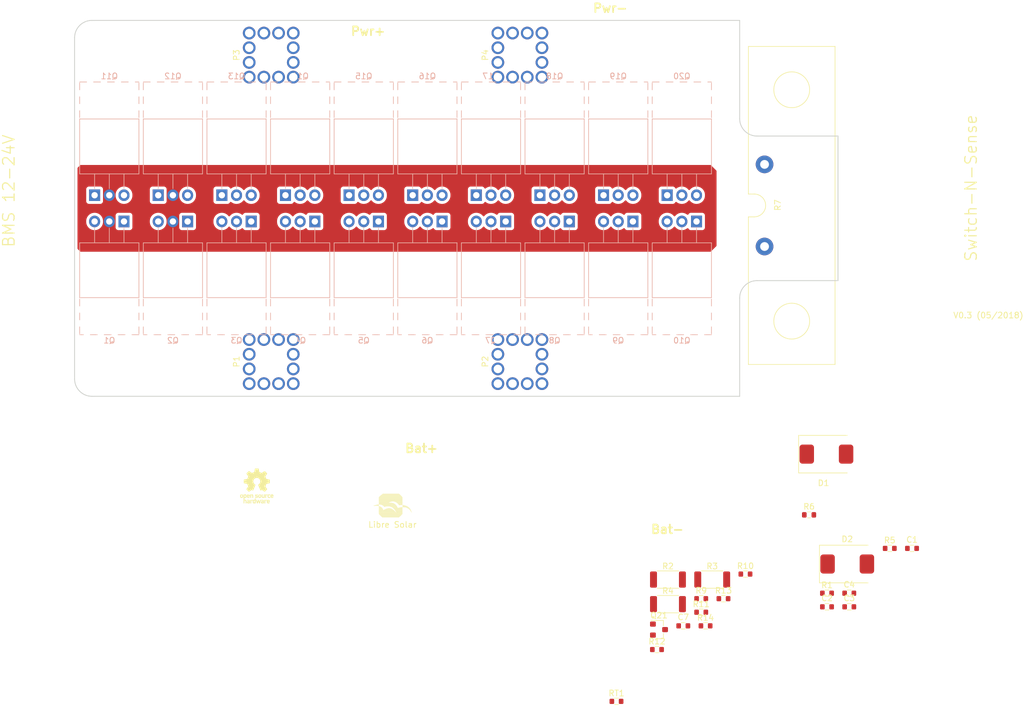
<source format=kicad_pcb>
(kicad_pcb (version 20211014) (generator pcbnew)
  (layers (0 "F.Cu" signal) (1 "In1.Cu" signal) (2 "In2.Cu" signal) (31 "B.Cu" signal) (34 "B.Paste" user) (35 "F.Paste" user) (36 "B.SilkS" user "B.Silkscreen") (37 "F.SilkS" user "F.Silkscreen") (38 "B.Mask" user) (39 "F.Mask" user) (44 "Edge.Cuts" user))
  (net 0 "")
  (net 1 "GND")
  (net 2 "/BAT+")
  (net 3 "/LOAD+")
  (net 4 "/LOAD-")
  (net 5 "/CHG+")
  (net 6 "/CHG_G")
  (net 7 "/DSG_G")
  (net 8 "/PCHG_G")
  (net 9 "Net-(C3-Pad2)")
  (net 10 "/CHG_EN")
  (net 11 "/DSG_EN")
  (net 12 "/PCHG_EN")
  (net 16 "Net-(C1-Pad2)")
  (net 18 "Net-(C7-Pad1)")
  (net 71 "Net-(Q21-Pad2)")
  (footprint "LibreSolar:R_Shunt_Vishay_WSMS5515" (layer "F.Cu") (at 211.493 114.4955 90)
    (fp_text reference "R7" (at 27.559 -9.906 90) (layer "F.SilkS"))
    (fp_text value "2m")
    (pad "1" thru_hole circle (at 20.3962 -12.192 90) (size 3.048 3.048) (drill 1.524) (layers *.Cu *.Mask) (net 1 "GND"))
    (pad "2" thru_hole circle (at 34.5948 -12.192 90) (size 3.048 3.048) (drill 1.524) (layers *.Cu *.Mask) (net 4 "/LOAD-"))
  )
  (footprint "LibreSolar:LIBRESOLAR_LOGO" (layer "F.Cu") (at 132.6625 140.90225)
    (fp_text reference "LOGO2" hide)
    (fp_text value "LIBRE_SOLAR" hide)
    (fp_text user "Libre Solar" (at 2.3 1.3) (layer "F.SilkS"))
  )
  (footprint "LibreSolar:Wuerth_WP-BUCF_7460408" (layer "F.Cu") (at 157 114 90)
    (fp_text reference "P2" (at 0 -6 90) (layer "F.SilkS"))
    (fp_text value "CONN_01X01")
    (pad "" np_thru_hole circle locked (at 0 0 90) (size 5.3 5.3) (drill 5.3) (layers F&B.Cu *.Mask))
    (pad "1" thru_hole circle locked (at -1.27 -3.81 90) (size 2.2 2.2) (drill 1.475) (layers *.Cu *.Mask) (net 2 "/BAT+"))
    (pad "1" thru_hole circle locked (at -3.81 -1.27 90) (size 2.2 2.2) (drill 1.475) (layers *.Cu *.Mask) (net 2 "/BAT+"))
    (pad "1" thru_hole circle locked (at -3.81 1.27 90) (size 2.2 2.2) (drill 1.475) (layers *.Cu *.Mask) (net 2 "/BAT+"))
    (pad "1" thru_hole circle locked (at -3.81 3.81 90) (size 2.2 2.2) (drill 1.475) (layers *.Cu *.Mask) (net 2 "/BAT+"))
    (pad "1" thru_hole circle locked (at 3.81 1.27 90) (size 2.2 2.2) (drill 1.475) (layers *.Cu *.Mask) (net 2 "/BAT+"))
    (pad "1" thru_hole circle locked (at 3.81 3.81 90) (size 2.2 2.2) (drill 1.475) (layers *.Cu *.Mask) (net 2 "/BAT+"))
    (pad "1" thru_hole circle locked (at 1.27 3.81 90) (size 2.2 2.2) (drill 1.475) (layers *.Cu *.Mask) (net 2 "/BAT+"))
    (pad "1" thru_hole circle locked (at 3.81 -3.81 90) (size 2.2 2.2) (drill 1.475) (layers *.Cu *.Mask) (net 2 "/BAT+"))
    (pad "1" thru_hole circle locked (at -3.81 -3.81 90) (size 2.2 2.2) (drill 1.475) (layers *.Cu *.Mask) (net 2 "/BAT+"))
    (pad "1" thru_hole circle locked (at -1.27 3.81 90) (size 2.2 2.2) (drill 1.475) (layers *.Cu *.Mask) (net 2 "/BAT+"))
    (pad "1" thru_hole circle locked (at 1.27 -3.81 90) (size 2.2 2.2) (drill 1.475) (layers *.Cu *.Mask) (net 2 "/BAT+"))
    (pad "1" thru_hole circle locked (at 3.81 -1.27 90) (size 2.2 2.2) (drill 1.475) (layers *.Cu *.Mask) (net 2 "/BAT+"))
  )
  (footprint "LibreSolar:Wuerth_WP-BUCF_7460408" (layer "F.Cu") (at 114 114 90)
    (fp_text reference "P1" (at 0 -6 90) (layer "F.SilkS"))
    (fp_text value "CONN_01X01")
    (pad "" np_thru_hole circle locked (at 0 0 90) (size 5.3 5.3) (drill 5.3) (layers F&B.Cu *.Mask))
    (pad "1" thru_hole circle locked (at 3.81 3.81 90) (size 2.2 2.2) (drill 1.475) (layers *.Cu *.Mask) (net 2 "/BAT+"))
    (pad "1" thru_hole circle locked (at -1.27 -3.81 90) (size 2.2 2.2) (drill 1.475) (layers *.Cu *.Mask) (net 2 "/BAT+"))
    (pad "1" thru_hole circle locked (at -3.81 -3.81 90) (size 2.2 2.2) (drill 1.475) (layers *.Cu *.Mask) (net 2 "/BAT+"))
    (pad "1" thru_hole circle locked (at 1.27 -3.81 90) (size 2.2 2.2) (drill 1.475) (layers *.Cu *.Mask) (net 2 "/BAT+"))
    (pad "1" thru_hole circle locked (at -3.81 -1.27 90) (size 2.2 2.2) (drill 1.475) (layers *.Cu *.Mask) (net 2 "/BAT+"))
    (pad "1" thru_hole circle locked (at -3.81 3.81 90) (size 2.2 2.2) (drill 1.475) (layers *.Cu *.Mask) (net 2 "/BAT+"))
    (pad "1" thru_hole circle locked (at 3.81 1.27 90) (size 2.2 2.2) (drill 1.475) (layers *.Cu *.Mask) (net 2 "/BAT+"))
    (pad "1" thru_hole circle locked (at 1.27 3.81 90) (size 2.2 2.2) (drill 1.475) (layers *.Cu *.Mask) (net 2 "/BAT+"))
    (pad "1" thru_hole circle locked (at 3.81 -1.27 90) (size 2.2 2.2) (drill 1.475) (layers *.Cu *.Mask) (net 2 "/BAT+"))
    (pad "1" thru_hole circle locked (at -1.27 3.81 90) (size 2.2 2.2) (drill 1.475) (layers *.Cu *.Mask) (net 2 "/BAT+"))
    (pad "1" thru_hole circle locked (at -3.81 1.27 90) (size 2.2 2.2) (drill 1.475) (layers *.Cu *.Mask) (net 2 "/BAT+"))
    (pad "1" thru_hole circle locked (at 3.81 -3.81 90) (size 2.2 2.2) (drill 1.475) (layers *.Cu *.Mask) (net 2 "/BAT+"))
  )
  (footprint "LibreSolar:Wuerth_WP-BUCF_7460408" (layer "F.Cu") (at 157 61 90)
    (fp_text reference "P4" (at 0 -6 90) (layer "F.SilkS"))
    (fp_text value "CONN_01X01")
    (pad "" np_thru_hole circle locked (at 0 0 90) (size 5.3 5.3) (drill 5.3) (layers F&B.Cu *.Mask))
    (pad "1" thru_hole circle locked (at 3.81 3.81 90) (size 2.2 2.2) (drill 1.475) (layers *.Cu *.Mask) (net 3 "/LOAD+"))
    (pad "1" thru_hole circle locked (at 3.81 1.27 90) (size 2.2 2.2) (drill 1.475) (layers *.Cu *.Mask) (net 3 "/LOAD+"))
    (pad "1" thru_hole circle locked (at 3.81 -3.81 90) (size 2.2 2.2) (drill 1.475) (layers *.Cu *.Mask) (net 3 "/LOAD+"))
    (pad "1" thru_hole circle locked (at -3.81 1.27 90) (size 2.2 2.2) (drill 1.475) (layers *.Cu *.Mask) (net 3 "/LOAD+"))
    (pad "1" thru_hole circle locked (at -3.81 3.81 90) (size 2.2 2.2) (drill 1.475) (layers *.Cu *.Mask) (net 3 "/LOAD+"))
    (pad "1" thru_hole circle locked (at 1.27 -3.81 90) (size 2.2 2.2) (drill 1.475) (layers *.Cu *.Mask) (net 3 "/LOAD+"))
    (pad "1" thru_hole circle locked (at -1.27 3.81 90) (size 2.2 2.2) (drill 1.475) (layers *.Cu *.Mask) (net 3 "/LOAD+"))
    (pad "1" thru_hole circle locked (at 1.27 3.81 90) (size 2.2 2.2) (drill 1.475) (layers *.Cu *.Mask) (net 3 "/LOAD+"))
    (pad "1" thru_hole circle locked (at 3.81 -1.27 90) (size 2.2 2.2) (drill 1.475) (layers *.Cu *.Mask) (net 3 "/LOAD+"))
    (pad "1" thru_hole circle locked (at -1.27 -3.81 90) (size 2.2 2.2) (drill 1.475) (layers *.Cu *.Mask) (net 3 "/LOAD+"))
    (pad "1" thru_hole circle locked (at -3.81 -1.27 90) (size 2.2 2.2) (drill 1.475) (layers *.Cu *.Mask) (net 3 "/LOAD+"))
    (pad "1" thru_hole circle locked (at -3.81 -3.81 90) (size 2.2 2.2) (drill 1.475) (layers *.Cu *.Mask) (net 3 "/LOAD+"))
  )
  (footprint "LibreSolar:Wuerth_WP-BUCF_7460408" (layer "F.Cu") (at 114 61 90)
    (fp_text reference "P3" (at 0 -6 90) (layer "F.SilkS"))
    (fp_text value "CONN_01X01")
    (pad "" np_thru_hole circle locked (at 0 0 90) (size 5.3 5.3) (drill 5.3) (layers F&B.Cu *.Mask))
    (pad "1" thru_hole circle locked (at 1.27 -3.81 90) (size 2.2 2.2) (drill 1.475) (layers *.Cu *.Mask) (net 3 "/LOAD+"))
    (pad "1" thru_hole circle locked (at -3.81 -1.27 90) (size 2.2 2.2) (drill 1.475) (layers *.Cu *.Mask) (net 3 "/LOAD+"))
    (pad "1" thru_hole circle locked (at 3.81 1.27 90) (size 2.2 2.2) (drill 1.475) (layers *.Cu *.Mask) (net 3 "/LOAD+"))
    (pad "1" thru_hole circle locked (at -1.27 -3.81 90) (size 2.2 2.2) (drill 1.475) (layers *.Cu *.Mask) (net 3 "/LOAD+"))
    (pad "1" thru_hole circle locked (at 3.81 3.81 90) (size 2.2 2.2) (drill 1.475) (layers *.Cu *.Mask) (net 3 "/LOAD+"))
    (pad "1" thru_hole circle locked (at -3.81 -3.81 90) (size 2.2 2.2) (drill 1.475) (layers *.Cu *.Mask) (net 3 "/LOAD+"))
    (pad "1" thru_hole circle locked (at -3.81 1.27 90) (size 2.2 2.2) (drill 1.475) (layers *.Cu *.Mask) (net 3 "/LOAD+"))
    (pad "1" thru_hole circle locked (at -1.27 3.81 90) (size 2.2 2.2) (drill 1.475) (layers *.Cu *.Mask) (net 3 "/LOAD+"))
    (pad "1" thru_hole circle locked (at 1.27 3.81 90) (size 2.2 2.2) (drill 1.475) (layers *.Cu *.Mask) (net 3 "/LOAD+"))
    (pad "1" thru_hole circle locked (at -3.81 3.81 90) (size 2.2 2.2) (drill 1.475) (layers *.Cu *.Mask) (net 3 "/LOAD+"))
    (pad "1" thru_hole circle locked (at 3.81 -1.27 90) (size 2.2 2.2) (drill 1.475) (layers *.Cu *.Mask) (net 3 "/LOAD+"))
    (pad "1" thru_hole circle locked (at 3.81 -3.81 90) (size 2.2 2.2) (drill 1.475) (layers *.Cu *.Mask) (net 3 "/LOAD+"))
  )
  (footprint "LibreSolar:D_SMC" (layer "F.Cu") (at 210 130)
    (fp_text reference "D1" (at -0.5 5) (layer "F.SilkS"))
    (fp_text value "SMCJ24A")
    (pad "1" smd roundrect locked (at -3.4 0 90) (size 3.3 2.5) (layers "F.Cu" "F.Paste" "F.Mask") (roundrect_rratio 0.2))
    (pad "2" smd roundrect locked (at 3.4 0 90) (size 3.3 2.5) (layers "F.Cu" "F.Paste" "F.Mask") (roundrect_rratio 0.2))
  )
  (footprint "Symbol:OSHW-Logo_5.7x6mm_SilkScreen" (layer "F.Cu") (at 111.5 135.5)
    (fp_text reference "LOGO1" hide)
    (fp_text value "OPEN_HARDWARE_1" hide)
  )
  (footprint "LibreSolar:R_0603_1608" (layer "F.Cu") (at 196 150.74)
    (fp_text reference "R10" (at 0 -1.4) (layer "F.SilkS"))
    (fp_text value "1k")
    (pad "1" smd roundrect locked (at -0.8 0) (size 0.8 0.9) (layers "F.Cu" "F.Paste" "F.Mask") (roundrect_rratio 0.2))
    (pad "2" smd roundrect locked (at 0.8 0) (size 0.8 0.9) (layers "F.Cu" "F.Paste" "F.Mask") (roundrect_rratio 0.2) (net 11 "/DSG_EN"))
  )
  (footprint "LibreSolar:R_0603_1608" (layer "F.Cu") (at 189.1 159.69)
    (fp_text reference "R14" (at 0 -1.4) (layer "F.SilkS"))
    (fp_text value "100")
    (pad "1" smd roundrect locked (at -0.8 0) (size 0.8 0.9) (layers "F.Cu" "F.Paste" "F.Mask") (roundrect_rratio 0.2) (net 18 "Net-(C7-Pad1)"))
    (pad "2" smd roundrect locked (at 0.8 0) (size 0.8 0.9) (layers "F.Cu" "F.Paste" "F.Mask") (roundrect_rratio 0.2) (net 3 "/LOAD+"))
  )
  (footprint "LibreSolar:C_0603_1608" (layer "F.Cu") (at 213.95 154.05)
    (fp_text reference "C4" (at 0 -1.5) (layer "F.SilkS"))
    (fp_text value "100n")
    (pad "1" smd roundrect locked (at -0.8 0) (size 0.8 0.9) (layers "F.Cu" "F.Paste" "F.Mask") (roundrect_rratio 0.2) (net 9 "Net-(C3-Pad2)"))
    (pad "2" smd roundrect locked (at 0.8 0) (size 0.8 0.9) (layers "F.Cu" "F.Paste" "F.Mask") (roundrect_rratio 0.2))
  )
  (footprint "LibreSolar:C_0603_1608" (layer "F.Cu") (at 185.25 159.69)
    (fp_text reference "C7" (at 0 -1.5) (layer "F.SilkS"))
    (fp_text value "10n")
    (pad "1" smd roundrect locked (at -0.8 0) (size 0.8 0.9) (layers "F.Cu" "F.Paste" "F.Mask") (roundrect_rratio 0.2) (net 18 "Net-(C7-Pad1)"))
    (pad "2" smd roundrect locked (at 0.8 0) (size 0.8 0.9) (layers "F.Cu" "F.Paste" "F.Mask") (roundrect_rratio 0.2) (net 1 "GND"))
  )
  (footprint "LibreSolar:C_0603_1608" (layer "F.Cu") (at 210.1 156.4)
    (fp_text reference "C2" (at 0 -1.5) (layer "F.SilkS"))
    (fp_text value "100n")
    (pad "1" smd roundrect locked (at -0.8 0) (size 0.8 0.9) (layers "F.Cu" "F.Paste" "F.Mask") (roundrect_rratio 0.2) (net 16 "Net-(C1-Pad2)"))
    (pad "2" smd roundrect locked (at 0.8 0) (size 0.8 0.9) (layers "F.Cu" "F.Paste" "F.Mask") (roundrect_rratio 0.2) (net 3 "/LOAD+"))
  )
  (footprint "LibreSolar:SOT-23" (layer "F.Cu") (at 181.05 160.34)
    (fp_text reference "Q21" (at 0 -2.45) (layer "F.SilkS"))
    (fp_text value "ZXMP6A13F")
    (pad "1" smd roundrect locked (at -1.05 -0.95) (size 1 0.9) (layers "F.Cu" "F.Paste" "F.Mask") (roundrect_rratio 0.2) (net 8 "/PCHG_G"))
    (pad "2" smd roundrect locked (at -1.05 0.95) (size 1 0.9) (layers "F.Cu" "F.Paste" "F.Mask") (roundrect_rratio 0.2) (net 71 "Net-(Q21-Pad2)"))
    (pad "3" smd roundrect locked (at 1.05 0) (size 1 0.9) (layers "F.Cu" "F.Paste" "F.Mask") (roundrect_rratio 0.2) (net 3 "/LOAD+"))
  )
  (footprint "LibreSolar:C_0603_1608" (layer "F.Cu") (at 213.95 156.4)
    (fp_text reference "C3" (at 0 -1.5) (layer "F.SilkS"))
    (fp_text value "100n")
    (pad "1" smd roundrect locked (at -0.8 0) (size 0.8 0.9) (layers "F.Cu" "F.Paste" "F.Mask") (roundrect_rratio 0.2) (net 3 "/LOAD+"))
    (pad "2" smd roundrect locked (at 0.8 0) (size 0.8 0.9) (layers "F.Cu" "F.Paste" "F.Mask") (roundrect_rratio 0.2) (net 9 "Net-(C3-Pad2)"))
  )
  (footprint "LibreSolar:R_2010_5025" (layer "F.Cu") (at 182.6 151.69)
    (fp_text reference "R2" (at 0 -2.3) (layer "F.SilkS"))
    (fp_text value "330")
    (pad "1" smd roundrect locked (at -2.5 0) (size 1.2 2.8) (layers "F.Cu" "F.Paste" "F.Mask") (roundrect_rratio 0.2) (net 71 "Net-(Q21-Pad2)"))
    (pad "2" smd roundrect locked (at 2.5 0) (size 1.2 2.8) (layers "F.Cu" "F.Paste" "F.Mask") (roundrect_rratio 0.2) (net 5 "/CHG+"))
  )
  (footprint "Resistor_SMD:R_0603_1608Metric" (layer "F.Cu") (at 207 140.5)
    (fp_text reference "R6" (at 0 -1.43) (layer "F.SilkS"))
    (fp_text value "R_Small")
    (pad "1" smd roundrect locked (at -0.825 0) (size 0.8 0.95) (layers "F.Cu" "F.Paste" "F.Mask"))
    (pad "2" smd roundrect locked (at 0.825 0) (size 0.8 0.95) (layers "F.Cu" "F.Paste" "F.Mask"))
  )
  (footprint "LibreSolar:R_0603_1608" (layer "F.Cu") (at 210.1 154.05)
    (fp_text reference "R1" (at 0 -1.4) (layer "F.SilkS"))
    (fp_text value "1M")
    (pad "1" smd roundrect locked (at -0.8 0) (size 0.8 0.9) (layers "F.Cu" "F.Paste" "F.Mask") (roundrect_rratio 0.2) (net 6 "/CHG_G"))
    (pad "2" smd roundrect locked (at 0.8 0) (size 0.8 0.9) (layers "F.Cu" "F.Paste" "F.Mask") (roundrect_rratio 0.2) (net 2 "/BAT+"))
  )
  (footprint "LibreSolar:R_0603_1608" (layer "F.Cu") (at 188.35 157.34)
    (fp_text reference "R11" (at 0 -1.4) (layer "F.SilkS"))
    (fp_text value "1k")
    (pad "1" smd roundrect locked (at -0.8 0) (size 0.8 0.9) (layers "F.Cu" "F.Paste" "F.Mask") (roundrect_rratio 0.2))
    (pad "2" smd roundrect locked (at 0.8 0) (size 0.8 0.9) (layers "F.Cu" "F.Paste" "F.Mask") (roundrect_rratio 0.2) (net 12 "/PCHG_EN"))
  )
  (footprint "LibreSolar:R_0603_1608" (layer "F.Cu") (at 220.95 146.3)
    (fp_text reference "R5" (at 0 -1.4) (layer "F.SilkS"))
    (fp_text value "1M")
    (pad "1" smd roundrect locked (at -0.8 0) (size 0.8 0.9) (layers "F.Cu" "F.Paste" "F.Mask") (roundrect_rratio 0.2) (net 3 "/LOAD+"))
    (pad "2" smd roundrect locked (at 0.8 0) (size 0.8 0.9) (layers "F.Cu" "F.Paste" "F.Mask") (roundrect_rratio 0.2) (net 7 "/DSG_G"))
  )
  (footprint "LibreSolar:R_0603_1608" (layer "F.Cu") (at 180.7 163.79)
    (fp_text reference "R12" (at 0 -1.4) (layer "F.SilkS"))
    (fp_text value "4.7")
    (pad "1" smd roundrect locked (at -0.8 0) (size 0.8 0.9) (layers "F.Cu" "F.Paste" "F.Mask") (roundrect_rratio 0.2) (net 6 "/CHG_G"))
    (pad "2" smd roundrect locked (at 0.8 0) (size 0.8 0.9) (layers "F.Cu" "F.Paste" "F.Mask") (roundrect_rratio 0.2))
  )
  (footprint "LibreSolar:R_2010_5025" (layer "F.Cu") (at 182.6 155.94)
    (fp_text reference "R4" (at 0 -2.3) (layer "F.SilkS"))
    (fp_text value "330")
    (pad "1" smd roundrect locked (at -2.5 0) (size 1.2 2.8) (layers "F.Cu" "F.Paste" "F.Mask") (roundrect_rratio 0.2) (net 71 "Net-(Q21-Pad2)"))
    (pad "2" smd roundrect locked (at 2.5 0) (size 1.2 2.8) (layers "F.Cu" "F.Paste" "F.Mask") (roundrect_rratio 0.2) (net 5 "/CHG+"))
  )
  (footprint "LibreSolar:D_SMC" (layer "F.Cu") (at 213.6 149)
    (fp_text reference "D2" (at 0 -4.3) (layer "F.SilkS"))
    (fp_text value "SMCJ24A")
    (pad "1" smd roundrect locked (at -3.4 0 90) (size 3.3 2.5) (layers "F.Cu" "F.Paste" "F.Mask") (roundrect_rratio 0.2))
    (pad "2" smd roundrect locked (at 3.4 0 90) (size 3.3 2.5) (layers "F.Cu" "F.Paste" "F.Mask") (roundrect_rratio 0.2))
  )
  (footprint "LibreSolar:R_2010_5025" (layer "F.Cu") (at 190.25 151.69)
    (fp_text reference "R3" (at 0 -2.3) (layer "F.SilkS"))
    (fp_text value "330")
    (pad "1" smd roundrect locked (at -2.5 0) (size 1.2 2.8) (layers "F.Cu" "F.Paste" "F.Mask") (roundrect_rratio 0.2) (net 71 "Net-(Q21-Pad2)"))
    (pad "2" smd roundrect locked (at 2.5 0) (size 1.2 2.8) (layers "F.Cu" "F.Paste" "F.Mask") (roundrect_rratio 0.2) (net 5 "/CHG+"))
  )
  (footprint "LibreSolar:R_0603_1608" (layer "F.Cu") (at 192.2 154.99)
    (fp_text reference "R13" (at 0 -1.4) (layer "F.SilkS"))
    (fp_text value "4.7")
    (pad "1" smd roundrect locked (at -0.8 0) (size 0.8 0.9) (layers "F.Cu" "F.Paste" "F.Mask") (roundrect_rratio 0.2) (net 7 "/DSG_G"))
    (pad "2" smd roundrect locked (at 0.8 0) (size 0.8 0.9) (layers "F.Cu" "F.Paste" "F.Mask") (roundrect_rratio 0.2))
  )
  (footprint "LibreSolar:R_0603_1608" (layer "F.Cu") (at 188.35 154.99)
    (fp_text reference "R9" (at 0 -1.4) (layer "F.SilkS"))
    (fp_text value "1k")
    (pad "1" smd roundrect locked (at -0.8 0) (size 0.8 0.9) (layers "F.Cu" "F.Paste" "F.Mask") (roundrect_rratio 0.2))
    (pad "2" smd roundrect locked (at 0.8 0) (size 0.8 0.9) (layers "F.Cu" "F.Paste" "F.Mask") (roundrect_rratio 0.2) (net 10 "/CHG_EN"))
  )
  (footprint "LibreSolar:R_0603_1608" (layer "F.Cu") (at 173.7 172.75)
    (fp_text reference "RT1" (at 0 -1.4) (layer "F.SilkS"))
    (fp_text value "10k")
    (pad "1" smd roundrect locked (at -0.8 0) (size 0.8 0.9) (layers "F.Cu" "F.Paste" "F.Mask") (roundrect_rratio 0.2))
    (pad "2" smd roundrect locked (at 0.8 0) (size 0.8 0.9) (layers "F.Cu" "F.Paste" "F.Mask") (roundrect_rratio 0.2))
  )
  (footprint "LibreSolar:C_0603_1608" (layer "F.Cu") (at 224.8 146.3)
    (fp_text reference "C1" (at 0 -1.5) (layer "F.SilkS"))
    (fp_text value "100n")
    (pad "1" smd roundrect locked (at -0.8 0) (size 0.8 0.9) (layers "F.Cu" "F.Paste" "F.Mask") (roundrect_rratio 0.2) (net 2 "/BAT+"))
    (pad "2" smd roundrect locked (at 0.8 0) (size 0.8 0.9) (layers "F.Cu" "F.Paste" "F.Mask") (roundrect_rratio 0.2) (net 16 "Net-(C1-Pad2)"))
  )
  (footprint "LibreSolar:TO-220-3_Horizontal_TabUp_NoHole" (layer "B.Cu") (at 171.46 85.23)
    (fp_text reference "Q19" (at 2.54 -20.58 180) (layer "B.SilkS") (effects (justify mirror)))
    (fp_text value "Q_NMOS_GDS")
    (pad "1" thru_hole rect locked (at 0 0) (size 1.905 2) (drill 1.1) (layers *.Cu *.Mask))
    (pad "2" thru_hole oval locked (at 2.54 0) (size 1.905 2) (drill 1.1) (layers *.Cu *.Mask))
    (pad "3" thru_hole oval locked (at 5.08 0) (size 1.905 2) (drill 1.1) (layers *.Cu *.Mask))
  )
  (footprint "LibreSolar:TO-220-3_Horizontal_TabUp_NoHole" (layer "B.Cu") (at 105.46 85.23)
    (fp_text reference "Q13" (at 2.54 -20.58 180) (layer "B.SilkS") (effects (justify mirror)))
    (fp_text value "Q_NMOS_GDS")
    (pad "1" thru_hole rect locked (at 0 0) (size 1.905 2) (drill 1.1) (layers *.Cu *.Mask))
    (pad "2" thru_hole oval locked (at 2.54 0) (size 1.905 2) (drill 1.1) (layers *.Cu *.Mask))
    (pad "3" thru_hole oval locked (at 5.08 0) (size 1.905 2) (drill 1.1) (layers *.Cu *.Mask))
  )
  (footprint "LibreSolar:TO-220-3_Horizontal_TabUp_NoHole" (layer "B.Cu") (at 99.54 89.77 180)
    (fp_text reference "Q2" (at 2.54 -20.58) (layer "B.SilkS") (effects (justify mirror)))
    (fp_text value "Q_NMOS_GDS")
    (pad "1" thru_hole rect locked (at 0 0 180) (size 1.905 2) (drill 1.1) (layers *.Cu *.Mask) (net 6 "/CHG_G"))
    (pad "2" thru_hole oval locked (at 2.54 0 180) (size 1.905 2) (drill 1.1) (layers *.Cu *.Mask) (net 5 "/CHG+"))
    (pad "3" thru_hole oval locked (at 5.08 0 180) (size 1.905 2) (drill 1.1) (layers *.Cu *.Mask) (net 2 "/BAT+"))
  )
  (footprint "LibreSolar:TO-220-3_Horizontal_TabUp_NoHole" (layer "B.Cu") (at 88.54 89.77 180)
    (fp_text reference "Q1" (at 2.54 -20.58) (layer "B.SilkS") (effects (justify mirror)))
    (fp_text value "Q_NMOS_GDS")
    (pad "1" thru_hole rect locked (at 0 0 180) (size 1.905 2) (drill 1.1) (layers *.Cu *.Mask) (net 6 "/CHG_G"))
    (pad "2" thru_hole oval locked (at 2.54 0 180) (size 1.905 2) (drill 1.1) (layers *.Cu *.Mask) (net 5 "/CHG+"))
    (pad "3" thru_hole oval locked (at 5.08 0 180) (size 1.905 2) (drill 1.1) (layers *.Cu *.Mask) (net 2 "/BAT+"))
  )
  (footprint "LibreSolar:TO-220-3_Horizontal_TabUp_NoHole" (layer "B.Cu") (at 182.46 85.23)
    (fp_text reference "Q20" (at 2.54 -20.58 180) (layer "B.SilkS") (effects (justify mirror)))
    (fp_text value "Q_NMOS_GDS")
    (pad "1" thru_hole rect locked (at 0 0) (size 1.905 2) (drill 1.1) (layers *.Cu *.Mask))
    (pad "2" thru_hole oval locked (at 2.54 0) (size 1.905 2) (drill 1.1) (layers *.Cu *.Mask))
    (pad "3" thru_hole oval locked (at 5.08 0) (size 1.905 2) (drill 1.1) (layers *.Cu *.Mask))
  )
  (footprint "LibreSolar:TO-220-3_Horizontal_TabUp_NoHole" (layer "B.Cu") (at 187.54 89.77 180)
    (fp_text reference "Q10" (at 2.54 -20.58) (layer "B.SilkS") (effects (justify mirror)))
    (fp_text value "Q_NMOS_GDS")
    (pad "1" thru_hole rect locked (at 0 0 180) (size 1.905 2) (drill 1.1) (layers *.Cu *.Mask))
    (pad "2" thru_hole oval locked (at 2.54 0 180) (size 1.905 2) (drill 1.1) (layers *.Cu *.Mask))
    (pad "3" thru_hole oval locked (at 5.08 0 180) (size 1.905 2) (drill 1.1) (layers *.Cu *.Mask))
  )
  (footprint "LibreSolar:TO-220-3_Horizontal_TabUp_NoHole" (layer "B.Cu") (at 160.46 85.23)
    (fp_text reference "Q18" (at 2.54 -20.58 180) (layer "B.SilkS") (effects (justify mirror)))
    (fp_text value "Q_NMOS_GDS")
    (pad "1" thru_hole rect locked (at 0 0) (size 1.905 2) (drill 1.1) (layers *.Cu *.Mask))
    (pad "2" thru_hole oval locked (at 2.54 0) (size 1.905 2) (drill 1.1) (layers *.Cu *.Mask))
    (pad "3" thru_hole oval locked (at 5.08 0) (size 1.905 2) (drill 1.1) (layers *.Cu *.Mask))
  )
  (footprint "LibreSolar:TO-220-3_Horizontal_TabUp_NoHole" (layer "B.Cu") (at 116.46 85.23)
    (fp_text reference "Q14" (at 2.54 -20.58 180) (layer "B.SilkS") (effects (justify mirror)))
    (fp_text value "Q_NMOS_GDS")
    (pad "1" thru_hole rect locked (at 0 0) (size 1.905 2) (drill 1.1) (layers *.Cu *.Mask))
    (pad "2" thru_hole oval locked (at 2.54 0) (size 1.905 2) (drill 1.1) (layers *.Cu *.Mask))
    (pad "3" thru_hole oval locked (at 5.08 0) (size 1.905 2) (drill 1.1) (layers *.Cu *.Mask))
  )
  (footprint "LibreSolar:TO-220-3_Horizontal_TabUp_NoHole" (layer "B.Cu") (at 138.46 85.23)
    (fp_text reference "Q16" (at 2.54 -20.58 180) (layer "B.SilkS") (effects (justify mirror)))
    (fp_text value "Q_NMOS_GDS")
    (pad "1" thru_hole rect locked (at 0 0) (size 1.905 2) (drill 1.1) (layers *.Cu *.Mask))
    (pad "2" thru_hole oval locked (at 2.54 0) (size 1.905 2) (drill 1.1) (layers *.Cu *.Mask))
    (pad "3" thru_hole oval locked (at 5.08 0) (size 1.905 2) (drill 1.1) (layers *.Cu *.Mask))
  )
  (footprint "LibreSolar:TO-220-3_Horizontal_TabUp_NoHole" (layer "B.Cu") (at 94.46 85.23)
    (fp_text reference "Q12" (at 2.54 -20.58 180) (layer "B.SilkS") (effects (justify mirror)))
    (fp_text value "Q_NMOS_GDS")
    (pad "1" thru_hole rect locked (at 0 0) (size 1.905 2) (drill 1.1) (layers *.Cu *.Mask) (net 7 "/DSG_G"))
    (pad "2" thru_hole oval locked (at 2.54 0) (size 1.905 2) (drill 1.1) (layers *.Cu *.Mask) (net 5 "/CHG+"))
    (pad "3" thru_hole oval locked (at 5.08 0) (size 1.905 2) (drill 1.1) (layers *.Cu *.Mask) (net 3 "/LOAD+"))
  )
  (footprint "LibreSolar:TO-220-3_Horizontal_TabUp_NoHole" (layer "B.Cu") (at 83.46 85.23)
    (fp_text reference "Q11" (at 2.54 -20.58 180) (layer "B.SilkS") (effects (justify mirror)))
    (fp_text value "Q_NMOS_GDS")
    (pad "1" thru_hole rect locked (at 0 0) (size 1.905 2) (drill 1.1) (layers *.Cu *.Mask) (net 7 "/DSG_G"))
    (pad "2" thru_hole oval locked (at 2.54 0) (size 1.905 2) (drill 1.1) (layers *.Cu *.Mask) (net 5 "/CHG+"))
    (pad "3" thru_hole oval locked (at 5.08 0) (size 1.905 2) (drill 1.1) (layers *.Cu *.Mask) (net 3 "/LOAD+"))
  )
  (footprint "LibreSolar:TO-220-3_Horizontal_TabUp_NoHole" (layer "B.Cu") (at 149.46 85.23)
    (fp_text reference "Q17" (at 2.54 -20.58 180) (layer "B.SilkS") (effects (justify mirror)))
    (fp_text value "Q_NMOS_GDS")
    (pad "1" thru_hole rect locked (at 0 0) (size 1.905 2) (drill 1.1) (layers *.Cu *.Mask))
    (pad "2" thru_hole oval locked (at 2.54 0) (size 1.905 2) (drill 1.1) (layers *.Cu *.Mask))
    (pad "3" thru_hole oval locked (at 5.08 0) (size 1.905 2) (drill 1.1) (layers *.Cu *.Mask))
  )
  (footprint "LibreSolar:TO-220-3_Horizontal_TabUp_NoHole" (layer "B.Cu") (at 154.54 89.77 180)
    (fp_text reference "Q7" (at 2.54 -20.58) (layer "B.SilkS") (effects (justify mirror)))
    (fp_text value "Q_NMOS_GDS")
    (pad "1" thru_hole rect locked (at 0 0 180) (size 1.905 2) (drill 1.1) (layers *.Cu *.Mask))
    (pad "2" thru_hole oval locked (at 2.54 0 180) (size 1.905 2) (drill 1.1) (layers *.Cu *.Mask))
    (pad "3" thru_hole oval locked (at 5.08 0 180) (size 1.905 2) (drill 1.1) (layers *.Cu *.Mask))
  )
  (footprint "LibreSolar:TO-220-3_Horizontal_TabUp_NoHole" (layer "B.Cu") (at 165.54 89.77 180)
    (fp_text reference "Q8" (at 2.54 -20.58) (layer "B.SilkS") (effects (justify mirror)))
    (fp_text value "Q_NMOS_GDS")
    (pad "1" thru_hole rect locked (at 0 0 180) (size 1.905 2) (drill 1.1) (layers *.Cu *.Mask))
    (pad "2" thru_hole oval locked (at 2.54 0 180) (size 1.905 2) (drill 1.1) (layers *.Cu *.Mask))
    (pad "3" thru_hole oval locked (at 5.08 0 180) (size 1.905 2) (drill 1.1) (layers *.Cu *.Mask))
  )
  (footprint "LibreSolar:TO-220-3_Horizontal_TabUp_NoHole" (layer "B.Cu") (at 176.54 89.77 180)
    (fp_text reference "Q9" (at 2.54 -20.58) (layer "B.SilkS") (effects (justify mirror)))
    (fp_text value "Q_NMOS_GDS")
    (pad "1" thru_hole rect locked (at 0 0 180) (size 1.905 2) (drill 1.1) (layers *.Cu *.Mask))
    (pad "2" thru_hole oval locked (at 2.54 0 180) (size 1.905 2) (drill 1.1) (layers *.Cu *.Mask))
    (pad "3" thru_hole oval locked (at 5.08 0 180) (size 1.905 2) (drill 1.1) (layers *.Cu *.Mask))
  )
  (footprint "LibreSolar:TO-220-3_Horizontal_TabUp_NoHole" (layer "B.Cu") (at 121.54 89.77 180)
    (fp_text reference "Q4" (at 2.54 -20.58) (layer "B.SilkS") (effects (justify mirror)))
    (fp_text value "Q_NMOS_GDS")
    (pad "1" thru_hole rect locked (at 0 0 180) (size 1.905 2) (drill 1.1) (layers *.Cu *.Mask))
    (pad "2" thru_hole oval locked (at 2.54 0 180) (size 1.905 2) (drill 1.1) (layers *.Cu *.Mask))
    (pad "3" thru_hole oval locked (at 5.08 0 180) (size 1.905 2) (drill 1.1) (layers *.Cu *.Mask))
  )
  (footprint "LibreSolar:TO-220-3_Horizontal_TabUp_NoHole" (layer "B.Cu") (at 110.54 89.77 180)
    (fp_text reference "Q3" (at 2.54 -20.58) (layer "B.SilkS") (effects (justify mirror)))
    (fp_text value "Q_NMOS_GDS")
    (pad "1" thru_hole rect locked (at 0 0 180) (size 1.905 2) (drill 1.1) (layers *.Cu *.Mask))
    (pad "2" thru_hole oval locked (at 2.54 0 180) (size 1.905 2) (drill 1.1) (layers *.Cu *.Mask))
    (pad "3" thru_hole oval locked (at 5.08 0 180) (size 1.905 2) (drill 1.1) (layers *.Cu *.Mask))
  )
  (footprint "LibreSolar:TO-220-3_Horizontal_TabUp_NoHole" (layer "B.Cu") (at 132.54 89.77 180)
    (fp_text reference "Q5" (at 2.54 -20.58) (layer "B.SilkS") (effects (justify mirror)))
    (fp_text value "Q_NMOS_GDS")
    (pad "1" thru_hole rect locked (at 0 0 180) (size 1.905 2) (drill 1.1) (layers *.Cu *.Mask))
    (pad "2" thru_hole oval locked (at 2.54 0 180) (size 1.905 2) (drill 1.1) (layers *.Cu *.Mask))
    (pad "3" thru_hole oval locked (at 5.08 0 180) (size 1.905 2) (drill 1.1) (layers *.Cu *.Mask))
  )
  (footprint "LibreSolar:TO-220-3_Horizontal_TabUp_NoHole" (layer "B.Cu") (at 143.54 89.77 180)
    (fp_text reference "Q6" (at 2.54 -20.58) (layer "B.SilkS") (effects (justify mirror)))
    (fp_text value "Q_NMOS_GDS")
    (pad "1" thru_hole rect locked (at 0 0 180) (size 1.905 2) (drill 1.1) (layers *.Cu *.Mask))
    (pad "2" thru_hole oval locked (at 2.54 0 180) (size 1.905 2) (drill 1.1) (layers *.Cu *.Mask))
    (pad "3" thru_hole oval locked (at 5.08 0 180) (size 1.905 2) (drill 1.1) (layers *.Cu *.Mask))
  )
  (footprint "LibreSolar:TO-220-3_Horizontal_TabUp_NoHole" (layer "B.Cu") (at 127.46 85.23)
    (fp_text reference "Q15" (at 2.54 -20.58 180) (layer "B.SilkS") (effects (justify mirror)))
    (fp_text value "Q_NMOS_GDS")
    (pad "1" thru_hole rect locked (at 0 0) (size 1.905 2) (drill 1.1) (layers *.Cu *.Mask))
    (pad "2" thru_hole oval locked (at 2.54 0) (size 1.905 2) (drill 1.1) (layers *.Cu *.Mask))
    (pad "3" thru_hole oval locked (at 5.08 0) (size 1.905 2) (drill 1.1) (layers *.Cu *.Mask))
  )
  (gr_line (start 80 58) (end 80 117) (layer "Edge.Cuts") (width 0.15))
  (gr_line (start 212 100) (end 212 75) (layer "Edge.Cuts") (width 0.15))
  (gr_arc (start 198 75) (mid 195.87868 74.12132) (end 195 72) (layer "Edge.Cuts") (width 0.15))
  (gr_arc (start 83 120) (mid 80.87868 119.12132) (end 80 117) (layer "Edge.Cuts") (width 0.15))
  (gr_arc (start 80 58) (mid 80.87868 55.87868) (end 83 55) (layer "Edge.Cuts") (width 0.15))
  (gr_line (start 195 55) (end 83 55) (layer "Edge.Cuts") (width 0.15))
  (gr_line (start 83 120) (end 195 120) (layer "Edge.Cuts") (width 0.15))
  (gr_line (start 198 100) (end 212 100) (layer "Edge.Cuts") (width 0.15))
  (gr_arc (start 195 103) (mid 195.87868 100.87868) (end 198 100) (layer "Edge.Cuts") (width 0.15))
  (gr_line (start 198 75) (end 212 75) (layer "Edge.Cuts") (width 0.15))
  (gr_line (start 195 103) (end 195 120) (layer "Edge.Cuts") (width 0.15))
  (gr_line (start 195 72) (end 195 55) (layer "Edge.Cuts") (width 0.15))
  (gr_text "Bat-" (at 182.5 143) (layer "F.SilkS") (effects (font (size 1.5 1.5) (thickness 0.3))))
  (gr_text "Pwr+" (at 127.62132 56.87868) (layer "F.SilkS") (effects (font (size 1.5 1.5) (thickness 0.3)) (justify left)))
  (gr_text "Bat+" (at 137 129) (layer "F.SilkS") (effects (font (size 1.5 1.5) (thickness 0.3)) (justify left)))
  (gr_text "V0.3 (05/2018)" (at 238 106) (layer "F.SilkS") (effects (font (size 1 1))))
  (gr_text "Switch-N-Sense" (at 235 84 90) (layer "F.SilkS") (effects (font (size 2 2) (thickness 0.2))))
  (gr_text "Pwr-" (at 172.62132 52.87868) (layer "F.SilkS") (effects (font (size 1.5 1.5) (thickness 0.3))))
  (gr_text "BMS 12-24V" (at 68.62132 94.37868 90) (layer "F.SilkS") (effects (font (size 2 2) (thickness 0.2)) (justify left)))
  (zone (net 5) (net_name "/CHG+") (layer "F.Cu") (connect_pads yes (clearance 0.5)) (min_thickness 0.3) (fill yes (thermal_gap 0.508) (thermal_bridge_width 0.508) (smoothing chamfer) (radius 1))
    (polygon (pts (xy 80 80) (xy 191 80) (xy 191 95) (xy 80 95)))
  )
)
</source>
